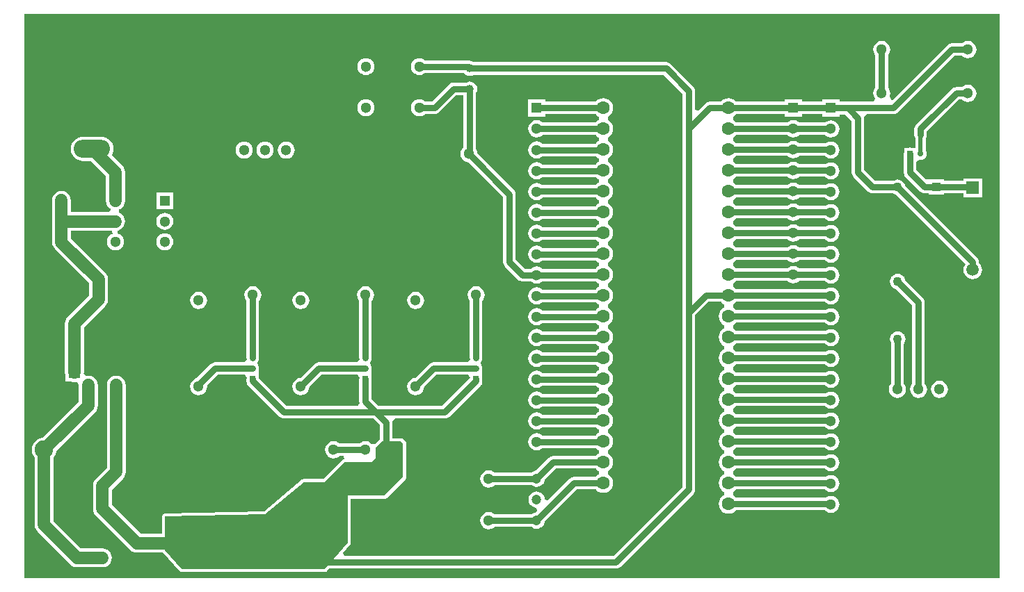
<source format=gbl>
G04*
G04 #@! TF.GenerationSoftware,Altium Limited,Altium Designer,18.1.6 (161)*
G04*
G04 Layer_Physical_Order=2*
G04 Layer_Color=16711680*
%FSLAX25Y25*%
%MOIN*%
G70*
G01*
G75*
%ADD37C,0.03000*%
%ADD38C,0.05118*%
%ADD39R,0.05118X0.05118*%
%ADD40C,0.02756*%
%ADD41R,0.02756X0.02756*%
%ADD42C,0.05906*%
%ADD43R,0.05906X0.05906*%
%ADD44C,0.04331*%
%ADD45R,0.04331X0.04331*%
%ADD46C,0.05709*%
%ADD47R,0.05709X0.05709*%
%ADD48C,0.04724*%
%ADD49R,0.04724X0.04724*%
%ADD50R,0.08858X0.08858*%
%ADD51C,0.08858*%
%ADD52C,0.03937*%
%ADD53O,0.17323X0.08661*%
%ADD54O,0.07874X0.15748*%
%ADD55O,0.15748X0.07874*%
%ADD56R,0.02756X0.02756*%
%ADD57C,0.06299*%
%ADD58C,0.06000*%
%ADD59C,0.06000*%
%ADD60C,0.02000*%
G36*
X469892Y2549D02*
X2549D01*
X2549Y273042D01*
X469892D01*
X469892Y2549D01*
D02*
G37*
%LPC*%
G36*
X166205Y251937D02*
X165145Y251797D01*
X164158Y251388D01*
X163310Y250737D01*
X162659Y249889D01*
X162250Y248902D01*
X162111Y247843D01*
X162250Y246783D01*
X162659Y245795D01*
X163310Y244948D01*
X164158Y244297D01*
X165145Y243888D01*
X166205Y243748D01*
X167264Y243888D01*
X168252Y244297D01*
X169100Y244948D01*
X169750Y245795D01*
X170159Y246783D01*
X170299Y247843D01*
X170159Y248902D01*
X169750Y249889D01*
X169100Y250737D01*
X168252Y251388D01*
X167264Y251797D01*
X166205Y251937D01*
D02*
G37*
G36*
X216000Y240620D02*
X215094Y240501D01*
X214251Y240152D01*
X214246Y240148D01*
X208122D01*
X208122Y240148D01*
X207339Y240045D01*
X206609Y239742D01*
X205982Y239262D01*
X205982Y239262D01*
X197904Y231183D01*
X194520D01*
X193842Y231703D01*
X192855Y232112D01*
X191795Y232252D01*
X190736Y232112D01*
X189748Y231703D01*
X188900Y231052D01*
X188250Y230205D01*
X187841Y229217D01*
X187701Y228157D01*
X187841Y227098D01*
X188250Y226110D01*
X188900Y225262D01*
X189748Y224612D01*
X190736Y224203D01*
X191795Y224063D01*
X192855Y224203D01*
X193842Y224612D01*
X194520Y225132D01*
X199158D01*
X199941Y225235D01*
X200670Y225537D01*
X201297Y226018D01*
X209375Y234096D01*
X212974D01*
Y209109D01*
X212696Y208895D01*
X212045Y208047D01*
X211636Y207060D01*
X211496Y206000D01*
X211636Y204940D01*
X212045Y203953D01*
X212696Y203105D01*
X213544Y202454D01*
X214531Y202045D01*
X215377Y201934D01*
X231974Y185337D01*
Y154000D01*
X232077Y153217D01*
X232380Y152487D01*
X232860Y151860D01*
X238979Y145742D01*
X239605Y145261D01*
X240335Y144959D01*
X241118Y144856D01*
X245276D01*
X245953Y144336D01*
X246940Y143927D01*
X248000Y143788D01*
X249060Y143927D01*
X250047Y144336D01*
X250724Y144856D01*
X276552D01*
X276684Y144684D01*
X277655Y143939D01*
X277961Y143812D01*
Y142188D01*
X277655Y142061D01*
X276684Y141316D01*
X276371Y140908D01*
X250724D01*
X250047Y141428D01*
X249060Y141837D01*
X248000Y141976D01*
X246940Y141837D01*
X245953Y141428D01*
X245105Y140777D01*
X244454Y139929D01*
X244045Y138942D01*
X243906Y137882D01*
X244045Y136822D01*
X244454Y135835D01*
X245105Y134987D01*
X245953Y134336D01*
X246940Y133927D01*
X248000Y133788D01*
X249060Y133927D01*
X250047Y134336D01*
X250724Y134856D01*
X276552D01*
X276684Y134684D01*
X277655Y133939D01*
X277961Y133812D01*
Y132188D01*
X277655Y132061D01*
X276684Y131316D01*
X276371Y130908D01*
X250724D01*
X250047Y131428D01*
X249060Y131836D01*
X248000Y131976D01*
X246940Y131836D01*
X245953Y131428D01*
X245105Y130777D01*
X244454Y129929D01*
X244045Y128942D01*
X243906Y127882D01*
X244045Y126822D01*
X244454Y125835D01*
X245105Y124987D01*
X245953Y124336D01*
X246940Y123927D01*
X248000Y123788D01*
X249060Y123927D01*
X250047Y124336D01*
X250724Y124856D01*
X276552D01*
X276684Y124684D01*
X277655Y123939D01*
X277961Y123812D01*
Y122188D01*
X277655Y122061D01*
X276684Y121316D01*
X276371Y120908D01*
X250724D01*
X250047Y121428D01*
X249060Y121836D01*
X248000Y121976D01*
X246940Y121836D01*
X245953Y121428D01*
X245105Y120777D01*
X244454Y119929D01*
X244045Y118941D01*
X243906Y117882D01*
X244045Y116822D01*
X244454Y115835D01*
X245105Y114987D01*
X245953Y114336D01*
X246940Y113927D01*
X248000Y113788D01*
X249060Y113927D01*
X250047Y114336D01*
X250724Y114856D01*
X276552D01*
X276684Y114684D01*
X277655Y113939D01*
X277961Y113812D01*
Y112188D01*
X277655Y112061D01*
X276684Y111316D01*
X276371Y110908D01*
X250724D01*
X250047Y111427D01*
X249060Y111837D01*
X248000Y111976D01*
X246940Y111837D01*
X245953Y111427D01*
X245105Y110777D01*
X244454Y109929D01*
X244045Y108941D01*
X243906Y107882D01*
X244045Y106822D01*
X244454Y105835D01*
X245105Y104987D01*
X245953Y104336D01*
X246940Y103927D01*
X248000Y103788D01*
X249060Y103927D01*
X250047Y104336D01*
X250724Y104856D01*
X276552D01*
X276684Y104684D01*
X277655Y103939D01*
X277961Y103812D01*
Y102188D01*
X277655Y102061D01*
X276684Y101316D01*
X276371Y100908D01*
X250724D01*
X250047Y101427D01*
X249060Y101837D01*
X248000Y101976D01*
X246940Y101837D01*
X245953Y101427D01*
X245105Y100777D01*
X244454Y99929D01*
X244045Y98941D01*
X243906Y97882D01*
X244045Y96822D01*
X244454Y95835D01*
X245105Y94987D01*
X245953Y94336D01*
X246940Y93927D01*
X248000Y93788D01*
X249060Y93927D01*
X250047Y94336D01*
X250724Y94856D01*
X276552D01*
X276684Y94684D01*
X277655Y93939D01*
X277961Y93812D01*
Y92188D01*
X277655Y92061D01*
X276684Y91316D01*
X276371Y90908D01*
X250724D01*
X250047Y91427D01*
X249060Y91837D01*
X248000Y91976D01*
X246940Y91837D01*
X245953Y91427D01*
X245105Y90777D01*
X244454Y89929D01*
X244045Y88942D01*
X243906Y87882D01*
X244045Y86822D01*
X244454Y85835D01*
X245105Y84987D01*
X245953Y84336D01*
X246940Y83927D01*
X248000Y83788D01*
X249060Y83927D01*
X250047Y84336D01*
X250724Y84856D01*
X276552D01*
X276684Y84684D01*
X277655Y83939D01*
X277961Y83812D01*
Y82188D01*
X277655Y82061D01*
X276684Y81316D01*
X276371Y80908D01*
X250724D01*
X250047Y81428D01*
X249060Y81836D01*
X248000Y81976D01*
X246940Y81836D01*
X245953Y81428D01*
X245105Y80777D01*
X244454Y79929D01*
X244045Y78942D01*
X243906Y77882D01*
X244045Y76822D01*
X244454Y75835D01*
X245105Y74987D01*
X245953Y74336D01*
X246940Y73927D01*
X248000Y73788D01*
X249060Y73927D01*
X250047Y74336D01*
X250724Y74856D01*
X276552D01*
X276684Y74684D01*
X277655Y73939D01*
X277961Y73812D01*
Y72188D01*
X277655Y72061D01*
X276684Y71316D01*
X276371Y70908D01*
X250724D01*
X250047Y71428D01*
X249060Y71837D01*
X248000Y71976D01*
X246940Y71837D01*
X245953Y71428D01*
X245105Y70777D01*
X244454Y69929D01*
X244045Y68941D01*
X243906Y67882D01*
X244045Y66822D01*
X244454Y65835D01*
X245105Y64987D01*
X245953Y64336D01*
X246940Y63927D01*
X248000Y63788D01*
X249060Y63927D01*
X250047Y64336D01*
X250724Y64856D01*
X276552D01*
X276684Y64684D01*
X277655Y63939D01*
X277961Y63812D01*
Y62188D01*
X277655Y62061D01*
X276684Y61316D01*
X276461Y61026D01*
X255882D01*
X255099Y60923D01*
X254369Y60620D01*
X253742Y60140D01*
X247558Y53955D01*
X246992Y53881D01*
X246052Y53492D01*
X245445Y53026D01*
X227724D01*
X227047Y53546D01*
X226060Y53955D01*
X225000Y54094D01*
X223940Y53955D01*
X222953Y53546D01*
X222105Y52895D01*
X221454Y52047D01*
X221045Y51060D01*
X220906Y50000D01*
X221045Y48940D01*
X221454Y47953D01*
X222105Y47105D01*
X222953Y46454D01*
X223940Y46045D01*
X225000Y45906D01*
X226060Y46045D01*
X227047Y46454D01*
X227724Y46974D01*
X245753D01*
X246052Y46744D01*
X246992Y46355D01*
X248000Y46223D01*
X249008Y46355D01*
X249948Y46744D01*
X250755Y47363D01*
X251374Y48170D01*
X251763Y49110D01*
X251837Y49676D01*
X257135Y54974D01*
X276461D01*
X276684Y54684D01*
X277655Y53939D01*
X277961Y53812D01*
Y52188D01*
X277655Y52061D01*
X276684Y51316D01*
X276461Y51026D01*
X266000D01*
X265217Y50923D01*
X264487Y50621D01*
X263860Y50140D01*
X263860Y50140D01*
X253343Y39623D01*
X252331Y39969D01*
X251875Y40275D01*
X251763Y41126D01*
X251374Y42066D01*
X250755Y42873D01*
X249948Y43492D01*
X249008Y43881D01*
X248000Y44014D01*
X246992Y43881D01*
X246052Y43492D01*
X245245Y42873D01*
X244626Y42066D01*
X244237Y41126D01*
X244105Y40118D01*
X244237Y39110D01*
X244626Y38170D01*
X245245Y37363D01*
X246052Y36744D01*
X246992Y36355D01*
X247731Y36258D01*
X248321Y34937D01*
X247483Y33827D01*
X246992Y33763D01*
X246052Y33374D01*
X245599Y33026D01*
X227724D01*
X227047Y33546D01*
X226060Y33955D01*
X225000Y34094D01*
X223940Y33955D01*
X222953Y33546D01*
X222105Y32895D01*
X221454Y32047D01*
X221045Y31060D01*
X220906Y30000D01*
X221045Y28940D01*
X221454Y27953D01*
X222105Y27105D01*
X222953Y26454D01*
X223940Y26045D01*
X225000Y25906D01*
X226060Y26045D01*
X227047Y26454D01*
X227724Y26974D01*
X245599D01*
X246052Y26626D01*
X246992Y26237D01*
X248000Y26105D01*
X249008Y26237D01*
X249948Y26626D01*
X250755Y27245D01*
X251374Y28052D01*
X251763Y28992D01*
X251837Y29558D01*
X267253Y44974D01*
X276461D01*
X276684Y44684D01*
X277655Y43939D01*
X278786Y43470D01*
X280000Y43310D01*
X281214Y43470D01*
X282345Y43939D01*
X283316Y44684D01*
X284061Y45655D01*
X284530Y46786D01*
X284690Y48000D01*
X284530Y49214D01*
X284061Y50345D01*
X283316Y51316D01*
X282345Y52061D01*
X282039Y52188D01*
Y53812D01*
X282345Y53939D01*
X283316Y54684D01*
X284061Y55655D01*
X284530Y56786D01*
X284690Y58000D01*
X284530Y59214D01*
X284061Y60345D01*
X283316Y61316D01*
X282345Y62061D01*
X282039Y62188D01*
Y63812D01*
X282345Y63939D01*
X283316Y64684D01*
X284061Y65655D01*
X284530Y66786D01*
X284690Y68000D01*
X284530Y69214D01*
X284061Y70345D01*
X283316Y71316D01*
X282345Y72061D01*
X282039Y72188D01*
Y73812D01*
X282345Y73939D01*
X283316Y74684D01*
X284061Y75655D01*
X284530Y76786D01*
X284690Y78000D01*
X284530Y79214D01*
X284061Y80345D01*
X283316Y81316D01*
X282345Y82061D01*
X282039Y82188D01*
Y83812D01*
X282345Y83939D01*
X283316Y84684D01*
X284061Y85655D01*
X284530Y86786D01*
X284690Y88000D01*
X284530Y89214D01*
X284061Y90345D01*
X283316Y91316D01*
X282345Y92061D01*
X282039Y92188D01*
Y93812D01*
X282345Y93939D01*
X283316Y94684D01*
X284061Y95655D01*
X284530Y96786D01*
X284690Y98000D01*
X284530Y99214D01*
X284061Y100345D01*
X283316Y101316D01*
X282345Y102061D01*
X282039Y102188D01*
Y103812D01*
X282345Y103939D01*
X283316Y104684D01*
X284061Y105655D01*
X284530Y106786D01*
X284690Y108000D01*
X284530Y109214D01*
X284061Y110345D01*
X283316Y111316D01*
X282345Y112061D01*
X282039Y112188D01*
Y113812D01*
X282345Y113939D01*
X283316Y114684D01*
X284061Y115655D01*
X284530Y116786D01*
X284690Y118000D01*
X284530Y119214D01*
X284061Y120345D01*
X283316Y121316D01*
X282345Y122061D01*
X282039Y122188D01*
Y123812D01*
X282345Y123939D01*
X283316Y124684D01*
X284061Y125655D01*
X284530Y126786D01*
X284690Y128000D01*
X284530Y129214D01*
X284061Y130345D01*
X283316Y131316D01*
X282345Y132061D01*
X282039Y132188D01*
Y133812D01*
X282345Y133939D01*
X283316Y134684D01*
X284061Y135655D01*
X284530Y136786D01*
X284690Y138000D01*
X284530Y139214D01*
X284061Y140345D01*
X283316Y141316D01*
X282345Y142061D01*
X282039Y142188D01*
Y143812D01*
X282345Y143939D01*
X283316Y144684D01*
X284061Y145655D01*
X284530Y146786D01*
X284690Y148000D01*
X284530Y149214D01*
X284061Y150345D01*
X283316Y151316D01*
X282345Y152061D01*
X282039Y152188D01*
Y153812D01*
X282345Y153939D01*
X283316Y154684D01*
X284061Y155655D01*
X284530Y156786D01*
X284690Y158000D01*
X284530Y159214D01*
X284061Y160345D01*
X283316Y161316D01*
X282345Y162061D01*
X282039Y162188D01*
Y163812D01*
X282345Y163939D01*
X283316Y164684D01*
X284061Y165655D01*
X284530Y166786D01*
X284690Y168000D01*
X284530Y169214D01*
X284061Y170345D01*
X283316Y171316D01*
X282345Y172061D01*
X282039Y172188D01*
Y173812D01*
X282345Y173939D01*
X283316Y174684D01*
X284061Y175655D01*
X284530Y176786D01*
X284690Y178000D01*
X284530Y179214D01*
X284061Y180345D01*
X283316Y181316D01*
X282345Y182061D01*
X282039Y182188D01*
Y183812D01*
X282345Y183939D01*
X283316Y184684D01*
X284061Y185655D01*
X284530Y186786D01*
X284690Y188000D01*
X284530Y189214D01*
X284061Y190345D01*
X283316Y191316D01*
X282345Y192061D01*
X282039Y192188D01*
Y193812D01*
X282345Y193939D01*
X283316Y194684D01*
X284061Y195655D01*
X284530Y196786D01*
X284690Y198000D01*
X284530Y199214D01*
X284061Y200345D01*
X283316Y201316D01*
X282345Y202061D01*
X282039Y202188D01*
Y203812D01*
X282345Y203939D01*
X283316Y204684D01*
X284061Y205655D01*
X284530Y206786D01*
X284690Y208000D01*
X284530Y209214D01*
X284061Y210345D01*
X283316Y211316D01*
X282345Y212061D01*
X282039Y212188D01*
Y213812D01*
X282345Y213939D01*
X283316Y214684D01*
X284061Y215655D01*
X284530Y216786D01*
X284690Y218000D01*
X284530Y219214D01*
X284061Y220345D01*
X283316Y221316D01*
X282345Y222061D01*
X282039Y222188D01*
Y223812D01*
X282345Y223939D01*
X283316Y224684D01*
X284061Y225655D01*
X284530Y226786D01*
X284690Y228000D01*
X284530Y229214D01*
X284061Y230345D01*
X283316Y231316D01*
X282345Y232061D01*
X281214Y232530D01*
X280000Y232690D01*
X278786Y232530D01*
X277655Y232061D01*
X276684Y231316D01*
X276461Y231026D01*
X252059D01*
Y232059D01*
X243941D01*
Y223941D01*
X252059D01*
Y224974D01*
X276461D01*
X276684Y224684D01*
X277655Y223939D01*
X277961Y223812D01*
Y222188D01*
X277655Y222061D01*
X276684Y221316D01*
X276461Y221026D01*
X250724D01*
X250047Y221546D01*
X249060Y221955D01*
X248000Y222094D01*
X246940Y221955D01*
X245953Y221546D01*
X245105Y220895D01*
X244454Y220047D01*
X244045Y219060D01*
X243906Y218000D01*
X244045Y216940D01*
X244454Y215953D01*
X245105Y215105D01*
X245953Y214454D01*
X246940Y214045D01*
X248000Y213906D01*
X249060Y214045D01*
X250047Y214454D01*
X250724Y214974D01*
X276461D01*
X276684Y214684D01*
X277655Y213939D01*
X277961Y213812D01*
Y212188D01*
X277655Y212061D01*
X276684Y211316D01*
X276371Y210908D01*
X250724D01*
X250047Y211427D01*
X249060Y211837D01*
X248000Y211976D01*
X246940Y211837D01*
X245953Y211427D01*
X245105Y210777D01*
X244454Y209929D01*
X244045Y208942D01*
X243906Y207882D01*
X244045Y206822D01*
X244454Y205835D01*
X245105Y204987D01*
X245953Y204336D01*
X246940Y203927D01*
X248000Y203788D01*
X249060Y203927D01*
X250047Y204336D01*
X250724Y204856D01*
X276552D01*
X276684Y204684D01*
X277655Y203939D01*
X277961Y203812D01*
Y202188D01*
X277655Y202061D01*
X276684Y201316D01*
X276371Y200908D01*
X250724D01*
X250047Y201428D01*
X249060Y201836D01*
X248000Y201976D01*
X246940Y201836D01*
X245953Y201428D01*
X245105Y200777D01*
X244454Y199929D01*
X244045Y198942D01*
X243906Y197882D01*
X244045Y196822D01*
X244454Y195835D01*
X245105Y194987D01*
X245953Y194336D01*
X246940Y193927D01*
X248000Y193788D01*
X249060Y193927D01*
X250047Y194336D01*
X250724Y194856D01*
X276552D01*
X276684Y194684D01*
X277655Y193939D01*
X277961Y193812D01*
Y192188D01*
X277655Y192061D01*
X276684Y191316D01*
X276461Y191026D01*
X250570D01*
X250047Y191428D01*
X249060Y191837D01*
X248000Y191976D01*
X246940Y191837D01*
X245953Y191428D01*
X245105Y190777D01*
X244454Y189929D01*
X244045Y188942D01*
X243906Y187882D01*
X244045Y186822D01*
X244454Y185835D01*
X245105Y184987D01*
X245953Y184336D01*
X246940Y183927D01*
X248000Y183788D01*
X249060Y183927D01*
X250047Y184336D01*
X250878Y184974D01*
X276461D01*
X276684Y184684D01*
X277655Y183939D01*
X277961Y183812D01*
Y182188D01*
X277655Y182061D01*
X276684Y181316D01*
X276371Y180908D01*
X250724D01*
X250047Y181428D01*
X249060Y181836D01*
X248000Y181976D01*
X246940Y181836D01*
X245953Y181428D01*
X245105Y180777D01*
X244454Y179929D01*
X244045Y178942D01*
X243906Y177882D01*
X244045Y176822D01*
X244454Y175835D01*
X245105Y174987D01*
X245953Y174336D01*
X246940Y173927D01*
X248000Y173788D01*
X249060Y173927D01*
X250047Y174336D01*
X250724Y174856D01*
X276552D01*
X276684Y174684D01*
X277655Y173939D01*
X277961Y173812D01*
Y172188D01*
X277655Y172061D01*
X276684Y171316D01*
X276371Y170908D01*
X250724D01*
X250047Y171428D01*
X249060Y171836D01*
X248000Y171976D01*
X246940Y171836D01*
X245953Y171428D01*
X245105Y170777D01*
X244454Y169929D01*
X244045Y168941D01*
X243906Y167882D01*
X244045Y166822D01*
X244454Y165835D01*
X245105Y164987D01*
X245953Y164336D01*
X246940Y163927D01*
X248000Y163788D01*
X249060Y163927D01*
X250047Y164336D01*
X250724Y164856D01*
X276552D01*
X276684Y164684D01*
X277655Y163939D01*
X277961Y163812D01*
Y162188D01*
X277655Y162061D01*
X276684Y161316D01*
X276371Y160908D01*
X250724D01*
X250047Y161427D01*
X249060Y161837D01*
X248000Y161976D01*
X246940Y161837D01*
X245953Y161427D01*
X245105Y160777D01*
X244454Y159929D01*
X244045Y158941D01*
X243906Y157882D01*
X244045Y156822D01*
X244454Y155835D01*
X245105Y154987D01*
X245953Y154336D01*
X246940Y153927D01*
X248000Y153788D01*
X249060Y153927D01*
X250047Y154336D01*
X250724Y154856D01*
X276552D01*
X276684Y154684D01*
X277655Y153939D01*
X277961Y153812D01*
Y152188D01*
X277655Y152061D01*
X276684Y151316D01*
X276371Y150908D01*
X250724D01*
X250047Y151427D01*
X249060Y151837D01*
X248000Y151976D01*
X246940Y151837D01*
X245953Y151427D01*
X245276Y150908D01*
X242372D01*
X238026Y155253D01*
Y186591D01*
X238026Y186591D01*
X237923Y187374D01*
X237620Y188103D01*
X237140Y188730D01*
X219657Y206213D01*
X219545Y207060D01*
X219136Y208047D01*
X219026Y208191D01*
Y235368D01*
X219030Y235373D01*
X219379Y236217D01*
X219498Y237122D01*
X219379Y238028D01*
X219030Y238871D01*
X218474Y239596D01*
X217749Y240152D01*
X216905Y240501D01*
X216000Y240620D01*
D02*
G37*
G36*
X454689Y239094D02*
X453629Y238955D01*
X452642Y238546D01*
X451965Y238026D01*
X449034D01*
X449033Y238026D01*
X448250Y237923D01*
X447521Y237620D01*
X446894Y237140D01*
X429860Y220106D01*
X429380Y219479D01*
X429077Y218750D01*
X428974Y217967D01*
Y215000D01*
X429077Y214217D01*
X429380Y213487D01*
X429451Y213394D01*
Y208878D01*
X427872D01*
X427764Y208923D01*
X426980Y209026D01*
X426197Y208923D01*
X426089Y208878D01*
X424102D01*
Y206891D01*
X424057Y206783D01*
X423954Y206000D01*
Y197020D01*
X424057Y196237D01*
X424360Y195507D01*
X424841Y194880D01*
X431860Y187860D01*
X432487Y187380D01*
X433217Y187077D01*
X434000Y186974D01*
X435839D01*
Y186335D01*
X443169D01*
Y186974D01*
X452547D01*
Y185232D01*
X461453D01*
Y194138D01*
X452547D01*
Y193026D01*
X443169D01*
Y193665D01*
X435839D01*
Y193665D01*
X434419Y193860D01*
X430006Y198273D01*
Y202087D01*
X430903Y202887D01*
X431506Y203162D01*
X432000Y203097D01*
X432751Y203196D01*
X433451Y203486D01*
X434053Y203947D01*
X434514Y204549D01*
X434804Y205249D01*
X434903Y206000D01*
X434804Y206751D01*
X434549Y207367D01*
Y213394D01*
X434621Y213487D01*
X434923Y214217D01*
X435026Y215000D01*
Y216713D01*
X450287Y231974D01*
X451965D01*
X452642Y231454D01*
X453629Y231045D01*
X454689Y230906D01*
X455749Y231045D01*
X456736Y231454D01*
X457584Y232105D01*
X458235Y232953D01*
X458644Y233940D01*
X458783Y235000D01*
X458644Y236060D01*
X458235Y237047D01*
X457584Y237895D01*
X456736Y238546D01*
X455749Y238955D01*
X454689Y239094D01*
D02*
G37*
G36*
Y260094D02*
X453629Y259955D01*
X452642Y259546D01*
X451965Y259026D01*
X447000D01*
X446217Y258923D01*
X445487Y258621D01*
X444860Y258140D01*
X418475Y231754D01*
X417951Y231865D01*
X417719Y232105D01*
X417150Y233567D01*
X417305Y233940D01*
X417445Y235000D01*
X417305Y236060D01*
X416896Y237047D01*
X416376Y237724D01*
Y253276D01*
X416896Y253953D01*
X417305Y254940D01*
X417445Y256000D01*
X417305Y257060D01*
X416896Y258047D01*
X416245Y258895D01*
X415397Y259546D01*
X414410Y259955D01*
X413350Y260094D01*
X412291Y259955D01*
X411303Y259546D01*
X410456Y258895D01*
X409805Y258047D01*
X409396Y257060D01*
X409256Y256000D01*
X409396Y254940D01*
X409805Y253953D01*
X410324Y253276D01*
Y237724D01*
X409805Y237047D01*
X409396Y236060D01*
X409256Y235000D01*
X409396Y233940D01*
X409805Y232953D01*
X410133Y232526D01*
X409609Y231170D01*
X409478Y231026D01*
X393059D01*
Y232026D01*
X384941D01*
Y231026D01*
X375059D01*
Y232059D01*
X366941D01*
Y231026D01*
X343539D01*
X343316Y231316D01*
X342345Y232061D01*
X341214Y232530D01*
X340000Y232690D01*
X338786Y232530D01*
X337655Y232061D01*
X336684Y231316D01*
X336461Y231026D01*
X331000D01*
X331000Y231026D01*
X330217Y230923D01*
X329487Y230621D01*
X328860Y230140D01*
X328860Y230140D01*
X325412Y226691D01*
X324026Y227265D01*
Y236000D01*
X323923Y236783D01*
X323621Y237513D01*
X323140Y238140D01*
X323140Y238140D01*
X312175Y249104D01*
X311548Y249585D01*
X310819Y249887D01*
X310035Y249991D01*
X217754D01*
X217749Y249994D01*
X216905Y250344D01*
X216767Y250362D01*
X216635Y250463D01*
X215905Y250765D01*
X215122Y250868D01*
X194520D01*
X193842Y251388D01*
X192855Y251797D01*
X191795Y251937D01*
X190736Y251797D01*
X189748Y251388D01*
X188900Y250737D01*
X188250Y249889D01*
X187841Y248902D01*
X187701Y247843D01*
X187841Y246783D01*
X188250Y245795D01*
X188900Y244948D01*
X189748Y244297D01*
X190736Y243888D01*
X191795Y243748D01*
X192855Y243888D01*
X193842Y244297D01*
X194520Y244817D01*
X213276D01*
X213526Y244491D01*
X214251Y243935D01*
X215094Y243585D01*
X216000Y243466D01*
X216905Y243585D01*
X217749Y243935D01*
X217754Y243939D01*
X308782D01*
X317974Y234747D01*
Y218000D01*
Y129882D01*
Y46253D01*
X284747Y13026D01*
X155706Y13026D01*
X155084Y14391D01*
X158654Y18496D01*
X158776Y18710D01*
X158913Y18915D01*
X158923Y18968D01*
X158950Y19015D01*
X158981Y19259D01*
X159029Y19500D01*
X159029Y40471D01*
X175000D01*
X175585Y40587D01*
X176081Y40919D01*
X185081Y49919D01*
X185413Y50415D01*
X185529Y51000D01*
Y67000D01*
X185413Y67585D01*
X185081Y68081D01*
X184081Y69081D01*
X183585Y69413D01*
X183000Y69529D01*
X179026D01*
Y77000D01*
X179026Y77000D01*
X178963Y77474D01*
X179156Y78008D01*
X179423Y78390D01*
X179738Y78771D01*
X180053Y78974D01*
X204000D01*
X204783Y79077D01*
X205513Y79379D01*
X206140Y79860D01*
X221140Y94860D01*
X221140Y94860D01*
X221310Y95083D01*
X221878D01*
Y96109D01*
X221923Y96217D01*
X222026Y97000D01*
Y97961D01*
X221923Y98744D01*
X221878Y98852D01*
Y100839D01*
X221878Y100839D01*
X221938Y102314D01*
X222026Y102980D01*
X221923Y103763D01*
X221620Y104493D01*
X221140Y105860D01*
X221620Y106487D01*
X221923Y107217D01*
X222026Y108000D01*
Y135606D01*
X222546Y136284D01*
X222955Y137271D01*
X223094Y138331D01*
X222955Y139390D01*
X222546Y140378D01*
X221895Y141226D01*
X221047Y141876D01*
X220060Y142285D01*
X219000Y142425D01*
X217940Y142285D01*
X216953Y141876D01*
X216105Y141226D01*
X215454Y140378D01*
X215045Y139390D01*
X214906Y138331D01*
X215045Y137271D01*
X215454Y136284D01*
X215974Y135606D01*
Y108000D01*
X216039Y107506D01*
X215626Y106730D01*
X214955Y106006D01*
X198650D01*
X197866Y105903D01*
X197137Y105601D01*
X196510Y105120D01*
X189787Y98397D01*
X188940Y98285D01*
X187953Y97876D01*
X187105Y97226D01*
X186454Y96378D01*
X186045Y95390D01*
X185906Y94331D01*
X186045Y93271D01*
X186454Y92284D01*
X187105Y91436D01*
X187953Y90785D01*
X188940Y90376D01*
X190000Y90237D01*
X191060Y90376D01*
X192047Y90785D01*
X192895Y91436D01*
X193546Y92284D01*
X193955Y93271D01*
X194066Y94117D01*
X199903Y99954D01*
X215241D01*
X216039Y98454D01*
X216019Y98298D01*
X202747Y85026D01*
X172253D01*
X169026Y88253D01*
Y97961D01*
X168923Y98744D01*
X168878Y98852D01*
Y100839D01*
X168878Y100839D01*
X168938Y102314D01*
X169026Y102980D01*
X168923Y103763D01*
X168621Y104493D01*
X168140Y105860D01*
X168621Y106487D01*
X168923Y107217D01*
X169026Y108000D01*
Y135606D01*
X169546Y136284D01*
X169955Y137271D01*
X170094Y138331D01*
X169955Y139390D01*
X169546Y140378D01*
X168895Y141226D01*
X168047Y141876D01*
X167060Y142285D01*
X166000Y142425D01*
X164940Y142285D01*
X163953Y141876D01*
X163105Y141226D01*
X162454Y140378D01*
X162045Y139390D01*
X161906Y138331D01*
X162045Y137271D01*
X162454Y136284D01*
X162974Y135606D01*
Y108000D01*
X163039Y107506D01*
X162626Y106730D01*
X161955Y106006D01*
X143650D01*
X142866Y105903D01*
X142137Y105601D01*
X141510Y105120D01*
X134787Y98397D01*
X133940Y98285D01*
X132953Y97876D01*
X132105Y97226D01*
X131454Y96378D01*
X131045Y95390D01*
X130906Y94331D01*
X131045Y93271D01*
X131454Y92284D01*
X132105Y91436D01*
X132953Y90785D01*
X133940Y90376D01*
X135000Y90237D01*
X136060Y90376D01*
X137047Y90785D01*
X137895Y91436D01*
X138546Y92284D01*
X138955Y93271D01*
X139066Y94117D01*
X144903Y99954D01*
X162241D01*
X163039Y98454D01*
X162974Y97961D01*
Y87000D01*
X163037Y86526D01*
X162460Y85530D01*
X162055Y85080D01*
X161947Y85026D01*
X128253D01*
X114981Y98298D01*
X114923Y98744D01*
X114878Y98852D01*
Y100839D01*
X114878Y100839D01*
X114938Y102314D01*
X115026Y102980D01*
X114923Y103763D01*
X114620Y104493D01*
X114140Y105860D01*
X114620Y106487D01*
X114923Y107217D01*
X115026Y108000D01*
Y135606D01*
X115546Y136284D01*
X115955Y137271D01*
X116094Y138331D01*
X115955Y139390D01*
X115546Y140378D01*
X114895Y141226D01*
X114047Y141876D01*
X113060Y142285D01*
X112000Y142425D01*
X110940Y142285D01*
X109953Y141876D01*
X109105Y141226D01*
X108454Y140378D01*
X108045Y139390D01*
X107906Y138331D01*
X108045Y137271D01*
X108454Y136284D01*
X108974Y135606D01*
Y108000D01*
X109039Y107506D01*
X108626Y106730D01*
X107955Y106006D01*
X93980D01*
X93197Y105903D01*
X92467Y105601D01*
X91841Y105120D01*
X85016Y98295D01*
X84940Y98285D01*
X83953Y97876D01*
X83105Y97226D01*
X82454Y96378D01*
X82045Y95390D01*
X81906Y94331D01*
X82045Y93271D01*
X82454Y92284D01*
X83105Y91436D01*
X83953Y90785D01*
X84940Y90376D01*
X86000Y90237D01*
X87060Y90376D01*
X88047Y90785D01*
X88895Y91436D01*
X89546Y92284D01*
X89955Y93271D01*
X90094Y94331D01*
X90038Y94758D01*
X95234Y99954D01*
X108241D01*
X109039Y98454D01*
X108974Y97961D01*
Y97000D01*
X109077Y96217D01*
X109122Y96109D01*
Y95083D01*
X109690D01*
X109860Y94860D01*
X124860Y79860D01*
X124860Y79860D01*
X125487Y79379D01*
X126217Y79077D01*
X127000Y78974D01*
X169747D01*
X172974Y75747D01*
Y69119D01*
X172919Y69081D01*
X170749Y66912D01*
X168895Y66895D01*
X168047Y67546D01*
X167060Y67955D01*
X166000Y68094D01*
X164940Y67955D01*
X163953Y67546D01*
X163276Y67026D01*
X153394D01*
X152716Y67546D01*
X151729Y67955D01*
X150669Y68094D01*
X149610Y67955D01*
X148622Y67546D01*
X147774Y66895D01*
X147124Y66047D01*
X146715Y65060D01*
X146575Y64000D01*
X146715Y62940D01*
X147124Y61953D01*
X147774Y61105D01*
X148622Y60454D01*
X149610Y60045D01*
X150669Y59906D01*
X151729Y60045D01*
X152716Y60454D01*
X153394Y60974D01*
X155574D01*
X155722Y59474D01*
X155415Y59413D01*
X154919Y59081D01*
X145867Y50029D01*
X136500D01*
X136272Y49984D01*
X136041Y49959D01*
X135982Y49926D01*
X135915Y49913D01*
X135722Y49784D01*
X135518Y49672D01*
X117430Y34518D01*
X69968Y33529D01*
X69692Y33468D01*
X69415Y33413D01*
X69401Y33404D01*
X69385Y33400D01*
X69154Y33239D01*
X68919Y33081D01*
X68910Y33068D01*
X68896Y33059D01*
X68744Y32820D01*
X68587Y32585D01*
X68584Y32569D01*
X68575Y32556D01*
X68526Y32277D01*
X68471Y32000D01*
Y23696D01*
X58455D01*
X44460Y37691D01*
Y44852D01*
X49808Y50200D01*
X50529Y51140D01*
X50983Y52235D01*
X51137Y53409D01*
Y95075D01*
X50983Y96250D01*
X50529Y97344D01*
X49808Y98284D01*
X48868Y99006D01*
X47773Y99459D01*
X46598Y99614D01*
X45424Y99459D01*
X44329Y99006D01*
X43389Y98284D01*
X42668Y97344D01*
X42214Y96250D01*
X42060Y95075D01*
Y55290D01*
X36712Y49942D01*
X35991Y49002D01*
X35537Y47907D01*
X35382Y46732D01*
Y35811D01*
X35537Y34636D01*
X35991Y33542D01*
X36712Y32602D01*
X53365Y15948D01*
X54305Y15227D01*
X55400Y14773D01*
X56575Y14619D01*
X69015D01*
X76860Y5848D01*
X76895Y5822D01*
X76919Y5786D01*
X77132Y5644D01*
X77337Y5489D01*
X77379Y5478D01*
X77415Y5455D01*
X77666Y5404D01*
X77915Y5341D01*
X77958Y5347D01*
X78000Y5338D01*
X146515D01*
X146568Y5349D01*
X146622Y5342D01*
X146859Y5407D01*
X147100Y5455D01*
X147145Y5485D01*
X147197Y5499D01*
X147392Y5649D01*
X147597Y5786D01*
X147627Y5831D01*
X147669Y5864D01*
X148635Y6974D01*
X150500D01*
X286000Y6974D01*
X286783Y7077D01*
X287513Y7379D01*
X288140Y7860D01*
X323140Y42860D01*
X323140Y42860D01*
X323621Y43487D01*
X323923Y44217D01*
X324026Y45000D01*
Y128629D01*
X330371Y134974D01*
X336461D01*
X336684Y134684D01*
X337655Y133939D01*
X337961Y133812D01*
Y132188D01*
X337655Y132061D01*
X336684Y131316D01*
X335939Y130345D01*
X335470Y129214D01*
X335310Y128000D01*
X335470Y126786D01*
X335939Y125655D01*
X336684Y124684D01*
X337655Y123939D01*
X337961Y123812D01*
Y122188D01*
X337655Y122061D01*
X336684Y121316D01*
X335939Y120345D01*
X335470Y119214D01*
X335310Y118000D01*
X335470Y116786D01*
X335939Y115655D01*
X336684Y114684D01*
X337655Y113939D01*
X337961Y113812D01*
Y112188D01*
X337655Y112061D01*
X336684Y111316D01*
X335939Y110345D01*
X335470Y109214D01*
X335310Y108000D01*
X335470Y106786D01*
X335939Y105655D01*
X336684Y104684D01*
X337655Y103939D01*
X337961Y103812D01*
Y102188D01*
X337655Y102061D01*
X336684Y101316D01*
X335939Y100345D01*
X335470Y99214D01*
X335310Y98000D01*
X335470Y96786D01*
X335939Y95655D01*
X336684Y94684D01*
X337655Y93939D01*
X337961Y93812D01*
Y92188D01*
X337655Y92061D01*
X336684Y91316D01*
X335939Y90345D01*
X335470Y89214D01*
X335310Y88000D01*
X335470Y86786D01*
X335939Y85655D01*
X336684Y84684D01*
X337655Y83939D01*
X337961Y83812D01*
Y82188D01*
X337655Y82061D01*
X336684Y81316D01*
X335939Y80345D01*
X335470Y79214D01*
X335310Y78000D01*
X335470Y76786D01*
X335939Y75655D01*
X336684Y74684D01*
X337655Y73939D01*
X337961Y73812D01*
Y72188D01*
X337655Y72061D01*
X336684Y71316D01*
X335939Y70345D01*
X335470Y69214D01*
X335310Y68000D01*
X335470Y66786D01*
X335939Y65655D01*
X336684Y64684D01*
X337655Y63939D01*
X337961Y63812D01*
Y62188D01*
X337655Y62061D01*
X336684Y61316D01*
X335939Y60345D01*
X335470Y59214D01*
X335310Y58000D01*
X335470Y56786D01*
X335939Y55655D01*
X336684Y54684D01*
X337655Y53939D01*
X337961Y53812D01*
Y52188D01*
X337655Y52061D01*
X336684Y51316D01*
X335939Y50345D01*
X335470Y49214D01*
X335310Y48000D01*
X335470Y46786D01*
X335939Y45655D01*
X336684Y44684D01*
X337655Y43939D01*
X337961Y43812D01*
Y42188D01*
X337655Y42061D01*
X336684Y41316D01*
X335939Y40345D01*
X335470Y39214D01*
X335310Y38000D01*
X335470Y36786D01*
X335939Y35655D01*
X336684Y34684D01*
X337655Y33939D01*
X338786Y33470D01*
X340000Y33310D01*
X341214Y33470D01*
X342345Y33939D01*
X343316Y34684D01*
X343539Y34974D01*
X386089D01*
X386105Y34953D01*
X386953Y34303D01*
X387940Y33894D01*
X389000Y33754D01*
X390060Y33894D01*
X391047Y34303D01*
X391895Y34953D01*
X392546Y35801D01*
X392955Y36789D01*
X393094Y37848D01*
X392955Y38908D01*
X392546Y39895D01*
X391895Y40743D01*
X391047Y41394D01*
X390060Y41803D01*
X389000Y41943D01*
X387940Y41803D01*
X386953Y41394D01*
X386473Y41026D01*
X343539D01*
X343316Y41316D01*
X342345Y42061D01*
X342039Y42188D01*
Y43812D01*
X342345Y43939D01*
X343316Y44684D01*
X343539Y44974D01*
X386089D01*
X386105Y44953D01*
X386953Y44303D01*
X387940Y43894D01*
X389000Y43754D01*
X390060Y43894D01*
X391047Y44303D01*
X391895Y44953D01*
X392546Y45801D01*
X392955Y46789D01*
X393094Y47848D01*
X392955Y48908D01*
X392546Y49895D01*
X391895Y50743D01*
X391047Y51394D01*
X390060Y51803D01*
X389000Y51942D01*
X387940Y51803D01*
X386953Y51394D01*
X386473Y51026D01*
X343539D01*
X343316Y51316D01*
X342345Y52061D01*
X342039Y52188D01*
Y53812D01*
X342345Y53939D01*
X343316Y54684D01*
X343539Y54974D01*
X386089D01*
X386105Y54953D01*
X386953Y54303D01*
X387940Y53894D01*
X389000Y53754D01*
X390060Y53894D01*
X391047Y54303D01*
X391895Y54953D01*
X392546Y55801D01*
X392955Y56789D01*
X393094Y57848D01*
X392955Y58908D01*
X392546Y59895D01*
X391895Y60743D01*
X391047Y61394D01*
X390060Y61803D01*
X389000Y61942D01*
X387940Y61803D01*
X386953Y61394D01*
X386473Y61026D01*
X343539D01*
X343316Y61316D01*
X342345Y62061D01*
X342039Y62188D01*
Y63812D01*
X342345Y63939D01*
X343316Y64684D01*
X343539Y64974D01*
X386089D01*
X386105Y64953D01*
X386953Y64303D01*
X387940Y63894D01*
X389000Y63754D01*
X390060Y63894D01*
X391047Y64303D01*
X391895Y64953D01*
X392546Y65801D01*
X392955Y66789D01*
X393094Y67848D01*
X392955Y68908D01*
X392546Y69895D01*
X391895Y70743D01*
X391047Y71394D01*
X390060Y71803D01*
X389000Y71943D01*
X387940Y71803D01*
X386953Y71394D01*
X386473Y71026D01*
X343539D01*
X343316Y71316D01*
X342345Y72061D01*
X342039Y72188D01*
Y73812D01*
X342345Y73939D01*
X343316Y74684D01*
X343539Y74974D01*
X386089D01*
X386105Y74953D01*
X386953Y74303D01*
X387940Y73894D01*
X389000Y73754D01*
X390060Y73894D01*
X391047Y74303D01*
X391895Y74953D01*
X392546Y75801D01*
X392955Y76789D01*
X393094Y77848D01*
X392955Y78908D01*
X392546Y79895D01*
X391895Y80743D01*
X391047Y81394D01*
X390060Y81803D01*
X389000Y81942D01*
X387940Y81803D01*
X386953Y81394D01*
X386473Y81026D01*
X343539D01*
X343316Y81316D01*
X342345Y82061D01*
X342039Y82188D01*
Y83812D01*
X342345Y83939D01*
X343316Y84684D01*
X343539Y84974D01*
X386089D01*
X386105Y84953D01*
X386953Y84303D01*
X387940Y83894D01*
X389000Y83754D01*
X390060Y83894D01*
X391047Y84303D01*
X391895Y84953D01*
X392546Y85801D01*
X392955Y86789D01*
X393094Y87848D01*
X392955Y88908D01*
X392546Y89895D01*
X391895Y90743D01*
X391047Y91394D01*
X390060Y91803D01*
X389000Y91943D01*
X387940Y91803D01*
X386953Y91394D01*
X386473Y91026D01*
X343539D01*
X343316Y91316D01*
X342345Y92061D01*
X342039Y92188D01*
Y93812D01*
X342345Y93939D01*
X343316Y94684D01*
X343539Y94974D01*
X386089D01*
X386105Y94953D01*
X386953Y94303D01*
X387940Y93894D01*
X389000Y93754D01*
X390060Y93894D01*
X391047Y94303D01*
X391895Y94953D01*
X392546Y95801D01*
X392955Y96789D01*
X393094Y97848D01*
X392955Y98908D01*
X392546Y99895D01*
X391895Y100743D01*
X391047Y101394D01*
X390060Y101803D01*
X389000Y101943D01*
X387940Y101803D01*
X386953Y101394D01*
X386473Y101026D01*
X343539D01*
X343316Y101316D01*
X342345Y102061D01*
X342039Y102188D01*
Y103812D01*
X342345Y103939D01*
X343316Y104684D01*
X343539Y104974D01*
X386089D01*
X386105Y104953D01*
X386953Y104303D01*
X387940Y103894D01*
X389000Y103754D01*
X390060Y103894D01*
X391047Y104303D01*
X391895Y104953D01*
X392546Y105801D01*
X392955Y106789D01*
X393094Y107848D01*
X392955Y108908D01*
X392546Y109895D01*
X391895Y110743D01*
X391047Y111394D01*
X390060Y111803D01*
X389000Y111943D01*
X387940Y111803D01*
X386953Y111394D01*
X386473Y111026D01*
X343539D01*
X343316Y111316D01*
X342345Y112061D01*
X342039Y112188D01*
Y113812D01*
X342345Y113939D01*
X343316Y114684D01*
X343539Y114974D01*
X386089D01*
X386105Y114953D01*
X386953Y114303D01*
X387940Y113894D01*
X389000Y113754D01*
X390060Y113894D01*
X391047Y114303D01*
X391895Y114953D01*
X392546Y115801D01*
X392955Y116789D01*
X393094Y117848D01*
X392955Y118908D01*
X392546Y119895D01*
X391895Y120743D01*
X391047Y121394D01*
X390060Y121803D01*
X389000Y121942D01*
X387940Y121803D01*
X386953Y121394D01*
X386473Y121026D01*
X343539D01*
X343316Y121316D01*
X342345Y122061D01*
X342039Y122188D01*
Y123812D01*
X342345Y123939D01*
X343316Y124684D01*
X343539Y124974D01*
X386089D01*
X386105Y124953D01*
X386953Y124303D01*
X387940Y123894D01*
X389000Y123754D01*
X390060Y123894D01*
X391047Y124303D01*
X391895Y124953D01*
X392546Y125801D01*
X392955Y126789D01*
X393094Y127848D01*
X392955Y128908D01*
X392546Y129895D01*
X391895Y130743D01*
X391047Y131394D01*
X390060Y131803D01*
X389000Y131942D01*
X387940Y131803D01*
X386953Y131394D01*
X386473Y131026D01*
X343539D01*
X343316Y131316D01*
X342345Y132061D01*
X342039Y132188D01*
Y133812D01*
X342345Y133939D01*
X343316Y134684D01*
X343539Y134974D01*
X386089D01*
X386105Y134953D01*
X386953Y134303D01*
X387940Y133894D01*
X389000Y133754D01*
X390060Y133894D01*
X391047Y134303D01*
X391895Y134953D01*
X392546Y135801D01*
X392955Y136789D01*
X393094Y137848D01*
X392955Y138908D01*
X392546Y139895D01*
X391895Y140743D01*
X391047Y141394D01*
X390060Y141803D01*
X389000Y141943D01*
X387940Y141803D01*
X386953Y141394D01*
X386473Y141026D01*
X343539D01*
X343316Y141316D01*
X342345Y142061D01*
X342039Y142188D01*
Y143812D01*
X342345Y143939D01*
X343316Y144684D01*
X343539Y144974D01*
X368276D01*
X368953Y144454D01*
X369940Y144045D01*
X371000Y143906D01*
X372060Y144045D01*
X373047Y144454D01*
X373724Y144974D01*
X386089D01*
X386105Y144953D01*
X386953Y144303D01*
X387940Y143894D01*
X389000Y143754D01*
X390060Y143894D01*
X391047Y144303D01*
X391895Y144953D01*
X392546Y145801D01*
X392955Y146789D01*
X393094Y147848D01*
X392955Y148908D01*
X392546Y149895D01*
X391895Y150743D01*
X391047Y151394D01*
X390060Y151803D01*
X389000Y151943D01*
X387940Y151803D01*
X386953Y151394D01*
X386473Y151026D01*
X373724D01*
X373047Y151546D01*
X372060Y151955D01*
X371000Y152094D01*
X369940Y151955D01*
X368953Y151546D01*
X368276Y151026D01*
X343539D01*
X343316Y151316D01*
X342345Y152061D01*
X342039Y152188D01*
Y153812D01*
X342345Y153939D01*
X343316Y154684D01*
X343539Y154974D01*
X368276D01*
X368953Y154454D01*
X369940Y154045D01*
X371000Y153906D01*
X372060Y154045D01*
X373047Y154454D01*
X373724Y154974D01*
X386089D01*
X386105Y154953D01*
X386953Y154303D01*
X387940Y153894D01*
X389000Y153754D01*
X390060Y153894D01*
X391047Y154303D01*
X391895Y154953D01*
X392546Y155801D01*
X392955Y156789D01*
X393094Y157848D01*
X392955Y158908D01*
X392546Y159895D01*
X391895Y160743D01*
X391047Y161394D01*
X390060Y161803D01*
X389000Y161943D01*
X387940Y161803D01*
X386953Y161394D01*
X386473Y161026D01*
X373724D01*
X373047Y161546D01*
X372060Y161955D01*
X371000Y162094D01*
X369940Y161955D01*
X368953Y161546D01*
X368276Y161026D01*
X343539D01*
X343316Y161316D01*
X342345Y162061D01*
X342039Y162188D01*
Y163812D01*
X342345Y163939D01*
X343316Y164684D01*
X343539Y164974D01*
X368276D01*
X368953Y164454D01*
X369940Y164045D01*
X371000Y163906D01*
X372060Y164045D01*
X373047Y164454D01*
X373724Y164974D01*
X386089D01*
X386105Y164953D01*
X386953Y164303D01*
X387940Y163894D01*
X389000Y163754D01*
X390060Y163894D01*
X391047Y164303D01*
X391895Y164953D01*
X392546Y165801D01*
X392955Y166789D01*
X393094Y167848D01*
X392955Y168908D01*
X392546Y169895D01*
X391895Y170743D01*
X391047Y171394D01*
X390060Y171803D01*
X389000Y171942D01*
X387940Y171803D01*
X386953Y171394D01*
X386473Y171026D01*
X373724D01*
X373047Y171546D01*
X372060Y171955D01*
X371000Y172094D01*
X369940Y171955D01*
X368953Y171546D01*
X368276Y171026D01*
X343539D01*
X343316Y171316D01*
X342345Y172061D01*
X342039Y172188D01*
Y173812D01*
X342345Y173939D01*
X343316Y174684D01*
X343539Y174974D01*
X368276D01*
X368953Y174454D01*
X369940Y174045D01*
X371000Y173906D01*
X372060Y174045D01*
X373047Y174454D01*
X373724Y174974D01*
X386089D01*
X386105Y174953D01*
X386953Y174303D01*
X387940Y173894D01*
X389000Y173754D01*
X390060Y173894D01*
X391047Y174303D01*
X391895Y174953D01*
X392546Y175801D01*
X392955Y176789D01*
X393094Y177848D01*
X392955Y178908D01*
X392546Y179895D01*
X391895Y180743D01*
X391047Y181394D01*
X390060Y181803D01*
X389000Y181942D01*
X387940Y181803D01*
X386953Y181394D01*
X386473Y181026D01*
X373724D01*
X373047Y181546D01*
X372060Y181955D01*
X371000Y182094D01*
X369940Y181955D01*
X368953Y181546D01*
X368276Y181026D01*
X343539D01*
X343316Y181316D01*
X342345Y182061D01*
X342039Y182188D01*
Y183812D01*
X342345Y183939D01*
X343316Y184684D01*
X343539Y184974D01*
X368276D01*
X368953Y184454D01*
X369940Y184045D01*
X371000Y183906D01*
X372060Y184045D01*
X373047Y184454D01*
X373724Y184974D01*
X386089D01*
X386105Y184953D01*
X386953Y184303D01*
X387940Y183894D01*
X389000Y183754D01*
X390060Y183894D01*
X391047Y184303D01*
X391895Y184953D01*
X392546Y185801D01*
X392955Y186789D01*
X393094Y187848D01*
X392955Y188908D01*
X392546Y189895D01*
X391895Y190743D01*
X391047Y191394D01*
X390060Y191803D01*
X389000Y191943D01*
X387940Y191803D01*
X386953Y191394D01*
X386473Y191026D01*
X373724D01*
X373047Y191546D01*
X372060Y191955D01*
X371000Y192094D01*
X369940Y191955D01*
X368953Y191546D01*
X368276Y191026D01*
X343539D01*
X343316Y191316D01*
X342345Y192061D01*
X342039Y192188D01*
Y193812D01*
X342345Y193939D01*
X343316Y194684D01*
X343539Y194974D01*
X368276D01*
X368953Y194454D01*
X369940Y194045D01*
X371000Y193906D01*
X372060Y194045D01*
X373047Y194454D01*
X373724Y194974D01*
X386089D01*
X386105Y194953D01*
X386953Y194303D01*
X387940Y193894D01*
X389000Y193754D01*
X390060Y193894D01*
X391047Y194303D01*
X391895Y194953D01*
X392546Y195801D01*
X392955Y196789D01*
X393094Y197848D01*
X392955Y198908D01*
X392546Y199895D01*
X391895Y200743D01*
X391047Y201394D01*
X390060Y201803D01*
X389000Y201942D01*
X387940Y201803D01*
X386953Y201394D01*
X386473Y201026D01*
X373724D01*
X373047Y201546D01*
X372060Y201955D01*
X371000Y202094D01*
X369940Y201955D01*
X368953Y201546D01*
X368276Y201026D01*
X343539D01*
X343316Y201316D01*
X342345Y202061D01*
X342039Y202188D01*
Y203812D01*
X342345Y203939D01*
X343316Y204684D01*
X343539Y204974D01*
X368276D01*
X368953Y204454D01*
X369940Y204045D01*
X371000Y203906D01*
X372060Y204045D01*
X373047Y204454D01*
X373724Y204974D01*
X386089D01*
X386105Y204954D01*
X386953Y204303D01*
X387940Y203894D01*
X389000Y203754D01*
X390060Y203894D01*
X391047Y204303D01*
X391895Y204954D01*
X392546Y205801D01*
X392955Y206789D01*
X393094Y207848D01*
X392955Y208908D01*
X392546Y209895D01*
X391895Y210743D01*
X391047Y211394D01*
X390060Y211803D01*
X389000Y211943D01*
X387940Y211803D01*
X386953Y211394D01*
X386473Y211026D01*
X373724D01*
X373047Y211546D01*
X372060Y211955D01*
X371000Y212094D01*
X369940Y211955D01*
X368953Y211546D01*
X368276Y211026D01*
X343539D01*
X343316Y211316D01*
X342345Y212061D01*
X342039Y212188D01*
Y213812D01*
X342345Y213939D01*
X343316Y214684D01*
X343539Y214974D01*
X368276D01*
X368953Y214454D01*
X369940Y214045D01*
X371000Y213906D01*
X372060Y214045D01*
X373047Y214454D01*
X373724Y214974D01*
X386232D01*
X386953Y214421D01*
X387940Y214012D01*
X389000Y213872D01*
X390060Y214012D01*
X391047Y214421D01*
X391895Y215072D01*
X392546Y215919D01*
X392955Y216907D01*
X393094Y217967D01*
X392955Y219026D01*
X392546Y220013D01*
X391895Y220862D01*
X391047Y221512D01*
X390060Y221921D01*
X389000Y222061D01*
X387940Y221921D01*
X386953Y221512D01*
X386319Y221026D01*
X373724D01*
X373047Y221546D01*
X372060Y221955D01*
X371000Y222094D01*
X369940Y221955D01*
X368953Y221546D01*
X368276Y221026D01*
X343539D01*
X343316Y221316D01*
X342345Y222061D01*
X342039Y222188D01*
Y223812D01*
X342345Y223939D01*
X343316Y224684D01*
X343539Y224974D01*
X366941D01*
Y223941D01*
X375059D01*
Y224974D01*
X384941D01*
Y223907D01*
X393059D01*
Y224941D01*
X395780D01*
X398974Y221747D01*
Y197000D01*
X399077Y196217D01*
X399379Y195487D01*
X399860Y194860D01*
X406860Y187860D01*
X406860Y187860D01*
X407487Y187380D01*
X408217Y187077D01*
X409000Y186974D01*
X418922D01*
X419151Y186798D01*
X420043Y186429D01*
X420329Y186391D01*
X453566Y153155D01*
X453111Y152560D01*
X452662Y151477D01*
X452509Y150315D01*
X452662Y149153D01*
X453111Y148069D01*
X453824Y147139D01*
X454754Y146425D01*
X455838Y145977D01*
X457000Y145824D01*
X458162Y145977D01*
X459246Y146425D01*
X460176Y147139D01*
X460889Y148069D01*
X461338Y149153D01*
X461491Y150315D01*
X461338Y151477D01*
X460889Y152560D01*
X460176Y153491D01*
X460026Y153606D01*
Y154000D01*
X460026Y154000D01*
X459923Y154783D01*
X459621Y155513D01*
X459140Y156140D01*
X424609Y190671D01*
X424571Y190957D01*
X424202Y191849D01*
X423614Y192614D01*
X422849Y193202D01*
X421957Y193571D01*
X421000Y193697D01*
X420043Y193571D01*
X419151Y193202D01*
X418922Y193026D01*
X410253D01*
X405026Y198253D01*
Y223000D01*
X404963Y223474D01*
X405487Y224377D01*
X406053Y224974D01*
X419000D01*
X419783Y225077D01*
X420513Y225379D01*
X421140Y225860D01*
X448253Y252974D01*
X451965D01*
X452642Y252454D01*
X453629Y252045D01*
X454689Y251906D01*
X455749Y252045D01*
X456736Y252454D01*
X457584Y253105D01*
X458235Y253953D01*
X458644Y254940D01*
X458783Y256000D01*
X458644Y257060D01*
X458235Y258047D01*
X457584Y258895D01*
X456736Y259546D01*
X455749Y259955D01*
X454689Y260094D01*
D02*
G37*
G36*
X166205Y232252D02*
X165145Y232112D01*
X164158Y231703D01*
X163310Y231052D01*
X162659Y230205D01*
X162250Y229217D01*
X162111Y228157D01*
X162250Y227098D01*
X162659Y226110D01*
X163310Y225262D01*
X164158Y224612D01*
X165145Y224203D01*
X166205Y224063D01*
X167264Y224203D01*
X168252Y224612D01*
X169100Y225262D01*
X169750Y226110D01*
X170159Y227098D01*
X170299Y228157D01*
X170159Y229217D01*
X169750Y230205D01*
X169100Y231052D01*
X168252Y231703D01*
X167264Y232112D01*
X166205Y232252D01*
D02*
G37*
G36*
X128000Y211881D02*
X126940Y211742D01*
X125953Y211333D01*
X125105Y210682D01*
X124454Y209835D01*
X124045Y208847D01*
X123906Y207787D01*
X124045Y206728D01*
X124454Y205740D01*
X125105Y204892D01*
X125953Y204242D01*
X126940Y203833D01*
X128000Y203693D01*
X129060Y203833D01*
X130047Y204242D01*
X130895Y204892D01*
X131546Y205740D01*
X131955Y206728D01*
X132094Y207787D01*
X131955Y208847D01*
X131546Y209835D01*
X130895Y210682D01*
X130047Y211333D01*
X129060Y211742D01*
X128000Y211881D01*
D02*
G37*
G36*
X117882D02*
X116822Y211742D01*
X115835Y211333D01*
X114987Y210682D01*
X114336Y209835D01*
X113927Y208847D01*
X113788Y207787D01*
X113927Y206728D01*
X114336Y205740D01*
X114987Y204892D01*
X115835Y204242D01*
X116822Y203833D01*
X117882Y203693D01*
X118941Y203833D01*
X119929Y204242D01*
X120777Y204892D01*
X121428Y205740D01*
X121836Y206728D01*
X121976Y207787D01*
X121836Y208847D01*
X121428Y209835D01*
X120777Y210682D01*
X119929Y211333D01*
X118941Y211742D01*
X117882Y211881D01*
D02*
G37*
G36*
X107882D02*
X106822Y211742D01*
X105835Y211333D01*
X104987Y210682D01*
X104336Y209835D01*
X103927Y208847D01*
X103788Y207787D01*
X103927Y206728D01*
X104336Y205740D01*
X104987Y204892D01*
X105835Y204242D01*
X106822Y203833D01*
X107882Y203693D01*
X108941Y203833D01*
X109929Y204242D01*
X110777Y204892D01*
X111427Y205740D01*
X111837Y206728D01*
X111976Y207787D01*
X111837Y208847D01*
X111427Y209835D01*
X110777Y210682D01*
X109929Y211333D01*
X108941Y211742D01*
X107882Y211881D01*
D02*
G37*
G36*
X73870Y187508D02*
X65752D01*
Y179390D01*
X73870D01*
Y187508D01*
D02*
G37*
G36*
X39331Y214237D02*
X30669D01*
X29526Y214124D01*
X28427Y213791D01*
X27414Y213249D01*
X26526Y212521D01*
X25798Y211633D01*
X25256Y210620D01*
X24923Y209521D01*
X24810Y208378D01*
X24923Y207235D01*
X25256Y206136D01*
X25798Y205123D01*
X26526Y204235D01*
X27414Y203506D01*
X28427Y202965D01*
X29526Y202632D01*
X30669Y202519D01*
X34440D01*
X41650Y195309D01*
Y183449D01*
X41805Y182274D01*
X42258Y181179D01*
X42979Y180239D01*
X43754Y179645D01*
X43729Y179073D01*
X43333Y178145D01*
X24846D01*
Y183724D01*
X24691Y184899D01*
X24238Y185994D01*
X23516Y186934D01*
X22577Y187655D01*
X21482Y188109D01*
X20307Y188263D01*
X19132Y188109D01*
X18038Y187655D01*
X17098Y186934D01*
X16376Y185994D01*
X15923Y184899D01*
X15768Y183724D01*
Y173606D01*
Y163606D01*
X15923Y162432D01*
X16376Y161337D01*
X17098Y160397D01*
X33540Y143955D01*
Y137880D01*
X23310Y127650D01*
X22589Y126710D01*
X22136Y125616D01*
X21981Y124441D01*
Y100980D01*
X22136Y99806D01*
X22165Y99734D01*
Y96626D01*
X25273D01*
X25345Y96596D01*
X26520Y96442D01*
X27406Y96558D01*
X28118Y96049D01*
X28681Y95126D01*
X28674Y95075D01*
Y87069D01*
X11512Y69907D01*
X10861Y69843D01*
X9744Y69504D01*
X8714Y68954D01*
X7811Y68213D01*
X7070Y67310D01*
X6519Y66280D01*
X6180Y65162D01*
X6066Y64000D01*
X6180Y62838D01*
X6519Y61720D01*
X7070Y60690D01*
X7485Y60184D01*
Y27976D01*
X7639Y26802D01*
X8093Y25707D01*
X8814Y24767D01*
X24602Y8980D01*
X24602Y8980D01*
X25542Y8258D01*
X26636Y7805D01*
X27811Y7650D01*
X27811Y7650D01*
X39921D01*
X41096Y7805D01*
X42191Y8258D01*
X43131Y8980D01*
X43852Y9920D01*
X44305Y11014D01*
X44460Y12189D01*
X44305Y13364D01*
X43852Y14458D01*
X43131Y15398D01*
X42191Y16120D01*
X41096Y16573D01*
X39921Y16728D01*
X29691D01*
X16563Y29856D01*
Y60184D01*
X16977Y60690D01*
X17528Y61720D01*
X17867Y62838D01*
X17931Y63489D01*
X36422Y81980D01*
X37143Y82920D01*
X37597Y84014D01*
X37751Y85189D01*
Y95075D01*
X37597Y96250D01*
X37143Y97344D01*
X36422Y98284D01*
X35482Y99006D01*
X34387Y99459D01*
X33213Y99614D01*
X32374Y99503D01*
X32301Y99514D01*
X31506Y100083D01*
X31016Y100659D01*
X31058Y100980D01*
Y122561D01*
X41288Y132791D01*
X42009Y133731D01*
X42463Y134825D01*
X42618Y136000D01*
Y145835D01*
X42463Y147009D01*
X42009Y148104D01*
X41288Y149044D01*
X41288Y149044D01*
X24846Y165486D01*
Y169068D01*
X44467D01*
X44765Y167568D01*
X44142Y167309D01*
X43294Y166659D01*
X42643Y165811D01*
X42234Y164823D01*
X42095Y163764D01*
X42234Y162704D01*
X42643Y161717D01*
X43294Y160869D01*
X44142Y160218D01*
X45129Y159809D01*
X46189Y159670D01*
X47249Y159809D01*
X48236Y160218D01*
X49084Y160869D01*
X49735Y161717D01*
X50144Y162704D01*
X50283Y163764D01*
X50144Y164823D01*
X49735Y165811D01*
X49084Y166659D01*
X48236Y167309D01*
X47249Y167718D01*
X47341Y169219D01*
X47364Y169222D01*
X48458Y169676D01*
X49398Y170397D01*
X50120Y171337D01*
X50573Y172432D01*
X50728Y173606D01*
X50573Y174781D01*
X50120Y175876D01*
X49398Y176816D01*
X48458Y177537D01*
X48027Y177716D01*
Y179339D01*
X48458Y179518D01*
X49398Y180239D01*
X50120Y181179D01*
X50573Y182274D01*
X50728Y183449D01*
Y197189D01*
X50728Y197189D01*
X50573Y198364D01*
X50120Y199458D01*
X49398Y200398D01*
X44366Y205430D01*
X44744Y206136D01*
X45077Y207235D01*
X45190Y208378D01*
X45077Y209521D01*
X44744Y210620D01*
X44202Y211633D01*
X43474Y212521D01*
X42586Y213249D01*
X41573Y213791D01*
X40474Y214124D01*
X39331Y214237D01*
D02*
G37*
G36*
X69811Y177700D02*
X68751Y177561D01*
X67764Y177152D01*
X66916Y176501D01*
X66265Y175653D01*
X65856Y174666D01*
X65717Y173606D01*
X65856Y172547D01*
X66265Y171559D01*
X66916Y170711D01*
X67764Y170061D01*
X68751Y169652D01*
X69811Y169512D01*
X70871Y169652D01*
X71858Y170061D01*
X72706Y170711D01*
X73357Y171559D01*
X73766Y172547D01*
X73905Y173606D01*
X73766Y174666D01*
X73357Y175653D01*
X72706Y176501D01*
X71858Y177152D01*
X70871Y177561D01*
X69811Y177700D01*
D02*
G37*
G36*
Y167858D02*
X68751Y167718D01*
X67764Y167309D01*
X66916Y166659D01*
X66265Y165811D01*
X65856Y164823D01*
X65717Y163764D01*
X65856Y162704D01*
X66265Y161717D01*
X66916Y160869D01*
X67764Y160218D01*
X68751Y159809D01*
X69811Y159670D01*
X70871Y159809D01*
X71858Y160218D01*
X72706Y160869D01*
X73357Y161717D01*
X73766Y162704D01*
X73905Y163764D01*
X73766Y164823D01*
X73357Y165811D01*
X72706Y166659D01*
X71858Y167309D01*
X70871Y167718D01*
X69811Y167858D01*
D02*
G37*
G36*
X190000Y139763D02*
X188940Y139624D01*
X187953Y139215D01*
X187105Y138564D01*
X186454Y137716D01*
X186045Y136729D01*
X185906Y135669D01*
X186045Y134610D01*
X186454Y133622D01*
X187105Y132774D01*
X187953Y132124D01*
X188940Y131715D01*
X190000Y131575D01*
X191060Y131715D01*
X192047Y132124D01*
X192895Y132774D01*
X193546Y133622D01*
X193955Y134610D01*
X194094Y135669D01*
X193955Y136729D01*
X193546Y137716D01*
X192895Y138564D01*
X192047Y139215D01*
X191060Y139624D01*
X190000Y139763D01*
D02*
G37*
G36*
X135000D02*
X133940Y139624D01*
X132953Y139215D01*
X132105Y138564D01*
X131454Y137716D01*
X131045Y136729D01*
X130906Y135669D01*
X131045Y134610D01*
X131454Y133622D01*
X132105Y132774D01*
X132953Y132124D01*
X133940Y131715D01*
X135000Y131575D01*
X136060Y131715D01*
X137047Y132124D01*
X137895Y132774D01*
X138546Y133622D01*
X138955Y134610D01*
X139094Y135669D01*
X138955Y136729D01*
X138546Y137716D01*
X137895Y138564D01*
X137047Y139215D01*
X136060Y139624D01*
X135000Y139763D01*
D02*
G37*
G36*
X86000D02*
X84940Y139624D01*
X83953Y139215D01*
X83105Y138564D01*
X82454Y137716D01*
X82045Y136729D01*
X81906Y135669D01*
X82045Y134610D01*
X82454Y133622D01*
X83105Y132774D01*
X83953Y132124D01*
X84940Y131715D01*
X86000Y131575D01*
X87060Y131715D01*
X88047Y132124D01*
X88895Y132774D01*
X89546Y133622D01*
X89955Y134610D01*
X90094Y135669D01*
X89955Y136729D01*
X89546Y137716D01*
X88895Y138564D01*
X88047Y139215D01*
X87060Y139624D01*
X86000Y139763D01*
D02*
G37*
G36*
X441000Y97094D02*
X439940Y96955D01*
X438953Y96546D01*
X438105Y95895D01*
X437454Y95047D01*
X437045Y94060D01*
X436906Y93000D01*
X437045Y91940D01*
X437454Y90953D01*
X438105Y90105D01*
X438953Y89454D01*
X439940Y89045D01*
X441000Y88906D01*
X442060Y89045D01*
X443047Y89454D01*
X443895Y90105D01*
X444546Y90953D01*
X444955Y91940D01*
X445094Y93000D01*
X444955Y94060D01*
X444546Y95047D01*
X443895Y95895D01*
X443047Y96546D01*
X442060Y96955D01*
X441000Y97094D01*
D02*
G37*
G36*
X421000Y148421D02*
X420043Y148295D01*
X419151Y147926D01*
X418386Y147339D01*
X418135Y147012D01*
X417925D01*
Y146738D01*
X417798Y146573D01*
X417429Y145681D01*
X417303Y144724D01*
X417429Y143768D01*
X417798Y142876D01*
X417925Y142711D01*
Y142437D01*
X418135D01*
X418386Y142110D01*
X419151Y141523D01*
X420043Y141153D01*
X420329Y141116D01*
X427974Y133471D01*
Y95724D01*
X427454Y95047D01*
X427045Y94060D01*
X426906Y93000D01*
X427045Y91940D01*
X427454Y90953D01*
X428105Y90105D01*
X428953Y89454D01*
X429940Y89045D01*
X431000Y88906D01*
X432060Y89045D01*
X433047Y89454D01*
X433895Y90105D01*
X434546Y90953D01*
X434955Y91940D01*
X435094Y93000D01*
X434955Y94060D01*
X434546Y95047D01*
X434026Y95724D01*
Y134724D01*
X434026Y134724D01*
X433923Y135508D01*
X433621Y136237D01*
X433140Y136864D01*
X433140Y136864D01*
X424609Y145395D01*
X424571Y145681D01*
X424202Y146573D01*
X424075Y146738D01*
Y147012D01*
X423865D01*
X423614Y147339D01*
X422849Y147926D01*
X421957Y148295D01*
X421000Y148421D01*
D02*
G37*
G36*
Y120862D02*
X420043Y120736D01*
X419151Y120367D01*
X418386Y119780D01*
X418135Y119453D01*
X417925D01*
Y119179D01*
X417798Y119014D01*
X417429Y118122D01*
X417303Y117165D01*
X417429Y116209D01*
X417798Y115317D01*
X417856Y115242D01*
Y95724D01*
X417336Y95047D01*
X416927Y94060D01*
X416788Y93000D01*
X416927Y91940D01*
X417336Y90953D01*
X417987Y90105D01*
X418835Y89454D01*
X419822Y89045D01*
X420882Y88906D01*
X421942Y89045D01*
X422929Y89454D01*
X423777Y90105D01*
X424428Y90953D01*
X424836Y91940D01*
X424976Y93000D01*
X424836Y94060D01*
X424428Y95047D01*
X423908Y95724D01*
Y114878D01*
X424075D01*
Y115152D01*
X424202Y115317D01*
X424571Y116209D01*
X424697Y117165D01*
X424571Y118122D01*
X424202Y119014D01*
X424075Y119179D01*
Y119453D01*
X423865D01*
X423614Y119780D01*
X422849Y120367D01*
X421957Y120736D01*
X421000Y120862D01*
D02*
G37*
%LPD*%
G36*
X184000Y67000D02*
Y51000D01*
X175000Y42000D01*
X157500D01*
X157500Y19500D01*
X146515Y6867D01*
X78000D01*
X70000Y15811D01*
Y32000D01*
X118000Y33000D01*
X136500Y48500D01*
X146500D01*
X156000Y58000D01*
X169000D01*
X171000Y60000D01*
Y65000D01*
X174000Y68000D01*
X183000D01*
X184000Y67000D01*
D02*
G37*
D37*
X86000Y94331D02*
Y95000D01*
X93980Y102980D01*
X112000D01*
X266000Y48000D02*
X280000D01*
X248000Y30000D02*
X266000Y48000D01*
X255882Y58000D02*
X280000D01*
X248000Y50118D02*
X255882Y58000D01*
X225000Y30000D02*
X248000D01*
X247882Y50000D02*
X248000Y50118D01*
X225000Y50000D02*
X247882D01*
X279882Y67882D02*
X280000Y68000D01*
X248000Y67882D02*
X279882D01*
Y77882D02*
X280000Y78000D01*
X248000Y77882D02*
X279882D01*
Y87882D02*
X280000Y88000D01*
X248000Y87882D02*
X279882D01*
Y97882D02*
X280000Y98000D01*
X248000Y97882D02*
X279882D01*
Y107882D02*
X280000Y108000D01*
X248000Y107882D02*
X279882D01*
Y117882D02*
X280000Y118000D01*
X248000Y117882D02*
X279882D01*
Y127882D02*
X280000Y128000D01*
X248000Y127882D02*
X279882D01*
Y137882D02*
X280000Y138000D01*
X248000Y137882D02*
X279882D01*
Y147882D02*
X280000Y148000D01*
X248000Y147882D02*
X279882D01*
Y157882D02*
X280000Y158000D01*
X248000Y157882D02*
X279882D01*
Y167882D02*
X280000Y168000D01*
X248000Y167882D02*
X279882D01*
Y177882D02*
X280000Y178000D01*
X248000Y177882D02*
X279882D01*
X248000Y187882D02*
X248118Y188000D01*
X280000D01*
X248000Y207882D02*
X279882D01*
X280000Y208000D01*
X279882Y197882D02*
X280000Y198000D01*
X248000Y197882D02*
X279882D01*
X248000Y218000D02*
X280000D01*
X248000Y228000D02*
X280000D01*
X388966D02*
X419000D01*
X310035Y246965D02*
X321000Y236000D01*
X216000Y246965D02*
X310035D01*
X321000Y218000D02*
Y236000D01*
X215591Y206000D02*
X235000Y186591D01*
Y154000D02*
Y186591D01*
Y154000D02*
X241118Y147882D01*
X248000D01*
X215591Y206000D02*
X216000Y206410D01*
Y237122D01*
X208122D02*
X216000D01*
X199158Y228157D02*
X208122Y237122D01*
X191795Y228157D02*
X199158D01*
X215122Y247843D02*
X216000Y246965D01*
X191795Y247843D02*
X215122D01*
X431000Y93000D02*
Y134724D01*
X421000Y144724D02*
X431000Y134724D01*
X420882Y117047D02*
X421000Y117165D01*
X420882Y93000D02*
Y117047D01*
X457000Y150315D02*
Y154000D01*
X421000Y190000D02*
X457000Y154000D01*
X409000Y190000D02*
X421000D01*
X402000Y197000D02*
X409000Y190000D01*
X402000Y197000D02*
Y223000D01*
X389000Y227966D02*
X397034D01*
X402000Y223000D01*
X456685Y190000D02*
X457000Y189685D01*
X439504Y190000D02*
X456685D01*
X434000D02*
X439504D01*
X426980Y197020D02*
X434000Y190000D01*
X426980Y197020D02*
Y206000D01*
X432000Y217967D02*
X449033Y235000D01*
X432000Y215000D02*
Y217967D01*
X449033Y235000D02*
X454689D01*
X388848Y38000D02*
X389000Y37848D01*
X340000Y38000D02*
X388848D01*
Y48000D02*
X389000Y47848D01*
X340000Y48000D02*
X388848D01*
Y58000D02*
X389000Y57848D01*
X340000Y58000D02*
X388848D01*
Y68000D02*
X389000Y67848D01*
X340000Y68000D02*
X388848D01*
Y78000D02*
X389000Y77848D01*
X340000Y78000D02*
X388848D01*
Y88000D02*
X389000Y87848D01*
X340000Y88000D02*
X388848D01*
Y98000D02*
X389000Y97848D01*
X340000Y98000D02*
X388848D01*
Y108000D02*
X389000Y107848D01*
X340000Y108000D02*
X388848D01*
Y118000D02*
X389000Y117848D01*
X340000Y118000D02*
X388848D01*
Y128000D02*
X389000Y127848D01*
X340000Y128000D02*
X388848D01*
Y138000D02*
X389000Y137848D01*
X340000Y138000D02*
X388848D01*
X371000Y148000D02*
X388848D01*
X340000D02*
X371000D01*
X388848D02*
X389000Y147848D01*
X371000Y158000D02*
X388848D01*
X340000D02*
X371000D01*
X388848D02*
X389000Y157848D01*
X371000Y168000D02*
X388848D01*
X340000D02*
X371000D01*
X388848D02*
X389000Y167848D01*
X388152Y178000D02*
X389000Y178848D01*
X388152Y178000D02*
X388848D01*
X371000D02*
X388152D01*
X340000D02*
X371000D01*
X388848D02*
X389000Y177848D01*
X371000Y188000D02*
X388848D01*
X340000D02*
X371000D01*
X388848D02*
X389000Y187848D01*
X388152Y198000D02*
X389000Y198848D01*
X388152Y198000D02*
X388848D01*
X371000D02*
X388152D01*
X340000D02*
X371000D01*
X388848D02*
X389000Y197848D01*
X388152Y208000D02*
X389000Y208848D01*
X388152Y208000D02*
X388848D01*
X371000D02*
X388152D01*
X340000D02*
X371000D01*
X388848D02*
X389000Y207848D01*
X388034Y218000D02*
X389000Y218967D01*
X388034Y218000D02*
X388966D01*
X371000D02*
X388034D01*
X340000D02*
X371000D01*
X388966D02*
X389000Y217967D01*
X371000Y228000D02*
X388966D01*
X340000D02*
X371000D01*
X388966D02*
X389000Y227966D01*
X419000Y228000D02*
X447000Y256000D01*
X454689D01*
X413350Y235000D02*
Y256000D01*
X321000Y129882D02*
Y218000D01*
X331000Y228000D01*
X340000D01*
X321000Y45000D02*
Y129882D01*
X286000Y10000D02*
X321000Y45000D01*
X150500Y10000D02*
X286000Y10000D01*
X144000Y10000D02*
X150500D01*
X321000Y129882D02*
X329118Y138000D01*
X340000D01*
X219000Y108000D02*
Y138331D01*
X166000Y108000D02*
Y138331D01*
X112000Y108000D02*
Y138331D01*
X127000Y82000D02*
X171000D01*
X176000Y77000D01*
X166000Y87000D02*
X171000Y82000D01*
X176000Y64000D02*
Y77000D01*
X166000Y87000D02*
Y97961D01*
X219000Y97000D02*
Y97961D01*
X204000Y82000D02*
X219000Y97000D01*
X171000Y82000D02*
X204000D01*
X112000Y97000D02*
X127000Y82000D01*
X112000Y97000D02*
Y97961D01*
X198650Y102980D02*
X219000D01*
X190000Y94331D02*
X198650Y102980D01*
X143650D02*
X166000D01*
X135000Y94331D02*
X143650Y102980D01*
X175000Y65000D02*
X176000Y64000D01*
X144000Y43000D02*
X145000Y44000D01*
X150669Y64000D02*
X166000D01*
D38*
Y179669D02*
D03*
Y138331D02*
D03*
X389000Y217967D02*
D03*
Y207848D02*
D03*
Y197848D02*
D03*
Y187848D02*
D03*
Y177848D02*
D03*
Y167848D02*
D03*
Y157848D02*
D03*
Y147848D02*
D03*
Y137848D02*
D03*
Y127848D02*
D03*
Y117848D02*
D03*
Y107848D02*
D03*
Y97848D02*
D03*
Y87848D02*
D03*
Y77848D02*
D03*
Y67848D02*
D03*
Y57848D02*
D03*
Y47848D02*
D03*
Y37848D02*
D03*
X219000Y179669D02*
D03*
Y138331D02*
D03*
X150669Y64000D02*
D03*
X109331D02*
D03*
X454689Y235000D02*
D03*
X413350D02*
D03*
Y256000D02*
D03*
X454689D02*
D03*
X46189Y163764D02*
D03*
Y173606D02*
D03*
Y183449D02*
D03*
X69811Y163764D02*
D03*
Y173606D02*
D03*
X431000Y93000D02*
D03*
X441000D02*
D03*
X420882D02*
D03*
X172000Y27000D02*
D03*
Y17000D02*
D03*
Y37118D02*
D03*
X139000Y27000D02*
D03*
Y17000D02*
D03*
Y37118D02*
D03*
X20307Y173606D02*
D03*
Y163606D02*
D03*
Y183724D02*
D03*
X112000Y179669D02*
D03*
Y138331D02*
D03*
X86000Y135669D02*
D03*
Y94331D02*
D03*
X135000Y135669D02*
D03*
Y94331D02*
D03*
X190000Y135669D02*
D03*
Y94331D02*
D03*
X117882Y207787D02*
D03*
X107882D02*
D03*
X128000D02*
D03*
X248000Y67882D02*
D03*
Y77882D02*
D03*
Y87882D02*
D03*
Y97882D02*
D03*
Y107882D02*
D03*
Y117882D02*
D03*
Y127882D02*
D03*
Y137882D02*
D03*
Y147882D02*
D03*
Y157882D02*
D03*
Y167882D02*
D03*
Y177882D02*
D03*
Y187882D02*
D03*
Y197882D02*
D03*
Y207882D02*
D03*
Y218000D02*
D03*
X371000Y148000D02*
D03*
Y158000D02*
D03*
Y168000D02*
D03*
Y178000D02*
D03*
Y188000D02*
D03*
Y198000D02*
D03*
Y208000D02*
D03*
Y218000D02*
D03*
X225000Y50000D02*
D03*
Y60000D02*
D03*
Y20000D02*
D03*
Y30000D02*
D03*
X166000Y64000D02*
D03*
X176000D02*
D03*
X166205Y247843D02*
D03*
X191795D02*
D03*
X166205Y228157D02*
D03*
X191795D02*
D03*
X215591Y206000D02*
D03*
X164409D02*
D03*
D39*
X389000Y227966D02*
D03*
X69811Y183449D02*
D03*
X248000Y228000D02*
D03*
X371000D02*
D03*
D40*
X432000Y206000D02*
D03*
X437020D02*
D03*
X112000Y102980D02*
D03*
Y108000D02*
D03*
X166000Y102980D02*
D03*
Y108000D02*
D03*
X219000Y102980D02*
D03*
Y108000D02*
D03*
D41*
X426980Y206000D02*
D03*
D42*
X457000Y150315D02*
D03*
D43*
Y189685D02*
D03*
D44*
X421000Y190000D02*
D03*
Y144724D02*
D03*
Y117165D02*
D03*
D45*
X439504Y190000D02*
D03*
D46*
X53291Y100980D02*
D03*
X46598Y95075D02*
D03*
X39906Y100980D02*
D03*
X33213Y95075D02*
D03*
D47*
X26520Y100980D02*
D03*
D48*
X97000Y38842D02*
D03*
X39921Y12189D02*
D03*
Y35811D02*
D03*
X248000Y30000D02*
D03*
Y50118D02*
D03*
Y40118D02*
D03*
D49*
X97000Y19158D02*
D03*
D50*
X92732Y64000D02*
D03*
D51*
X12024D02*
D03*
D52*
X38079Y136000D02*
D03*
X47921D02*
D03*
X216000Y237122D02*
D03*
Y246965D02*
D03*
D53*
X35000Y208378D02*
D03*
D54*
X16102Y218614D02*
D03*
D55*
X35000Y232000D02*
D03*
D56*
X112000Y97961D02*
D03*
X166000D02*
D03*
X219000D02*
D03*
D57*
X280000Y228000D02*
D03*
Y218000D02*
D03*
Y208000D02*
D03*
Y198000D02*
D03*
Y188000D02*
D03*
Y178000D02*
D03*
Y168000D02*
D03*
Y158000D02*
D03*
Y148000D02*
D03*
Y138000D02*
D03*
Y128000D02*
D03*
Y118000D02*
D03*
Y108000D02*
D03*
Y98000D02*
D03*
Y88000D02*
D03*
Y78000D02*
D03*
Y68000D02*
D03*
Y58000D02*
D03*
Y48000D02*
D03*
Y38000D02*
D03*
X340000D02*
D03*
Y48000D02*
D03*
Y58000D02*
D03*
Y68000D02*
D03*
Y78000D02*
D03*
Y88000D02*
D03*
Y98000D02*
D03*
Y108000D02*
D03*
Y118000D02*
D03*
Y128000D02*
D03*
Y138000D02*
D03*
Y148000D02*
D03*
Y158000D02*
D03*
Y168000D02*
D03*
Y178000D02*
D03*
Y188000D02*
D03*
Y198000D02*
D03*
Y208000D02*
D03*
Y218000D02*
D03*
Y228000D02*
D03*
D58*
X448106Y211016D02*
D03*
Y171646D02*
D03*
Y132276D02*
D03*
X457949Y112591D02*
D03*
X448106Y92905D02*
D03*
X457949Y73220D02*
D03*
X448106Y53535D02*
D03*
X457949Y33850D02*
D03*
X448106Y14165D02*
D03*
X428421Y250386D02*
D03*
Y171646D02*
D03*
X438264Y151961D02*
D03*
Y112591D02*
D03*
Y73220D02*
D03*
X428421Y53535D02*
D03*
X438264Y33850D02*
D03*
X428421Y14165D02*
D03*
X408736Y211016D02*
D03*
Y171646D02*
D03*
X418579Y151961D02*
D03*
X408736Y132276D02*
D03*
Y92905D02*
D03*
X418579Y73220D02*
D03*
X408736Y53535D02*
D03*
X418579Y33850D02*
D03*
X408736Y14165D02*
D03*
X398894Y191331D02*
D03*
Y151961D02*
D03*
Y112591D02*
D03*
Y73220D02*
D03*
Y33850D02*
D03*
X389051Y14165D02*
D03*
X369366D02*
D03*
X349681D02*
D03*
X329996Y250386D02*
D03*
Y92905D02*
D03*
Y53535D02*
D03*
Y14165D02*
D03*
X310311Y171646D02*
D03*
Y132276D02*
D03*
Y92905D02*
D03*
Y53535D02*
D03*
X320154Y33850D02*
D03*
X310311Y14165D02*
D03*
X300468Y230701D02*
D03*
X290626Y211016D02*
D03*
X300468Y191331D02*
D03*
X290626Y171646D02*
D03*
X300468Y151961D02*
D03*
X290626Y132276D02*
D03*
X300468Y112591D02*
D03*
X290626Y92905D02*
D03*
X300468Y73220D02*
D03*
X290626Y53535D02*
D03*
X300468Y33850D02*
D03*
X261098D02*
D03*
X241413Y191331D02*
D03*
X231571Y132276D02*
D03*
X241413Y112591D02*
D03*
X231571Y92905D02*
D03*
X241413Y73220D02*
D03*
X221728Y151961D02*
D03*
X211886Y132276D02*
D03*
X221728Y73220D02*
D03*
X211886Y53535D02*
D03*
X202043Y191331D02*
D03*
X192201Y171646D02*
D03*
X202043Y112591D02*
D03*
Y73220D02*
D03*
X192201Y53535D02*
D03*
X202043Y33850D02*
D03*
X182358Y230701D02*
D03*
X172516Y211016D02*
D03*
X182358Y151961D02*
D03*
X172516Y132276D02*
D03*
X182358Y112591D02*
D03*
X172516Y92905D02*
D03*
X182358Y73220D02*
D03*
Y33850D02*
D03*
X152831Y250386D02*
D03*
Y211016D02*
D03*
Y132276D02*
D03*
Y92905D02*
D03*
X162673Y73220D02*
D03*
Y33850D02*
D03*
X133146Y250386D02*
D03*
X142988Y230701D02*
D03*
Y191331D02*
D03*
X133146Y171646D02*
D03*
X142988Y151961D02*
D03*
Y112591D02*
D03*
Y73220D02*
D03*
X133146Y53535D02*
D03*
X113461Y250386D02*
D03*
X123303Y230701D02*
D03*
Y191331D02*
D03*
X113461Y171646D02*
D03*
X123303Y112591D02*
D03*
Y73220D02*
D03*
X113461Y53535D02*
D03*
X93776Y250386D02*
D03*
X103618Y230701D02*
D03*
Y151961D02*
D03*
Y112591D02*
D03*
X93776Y92905D02*
D03*
X103618Y73220D02*
D03*
X93776Y53535D02*
D03*
X74091Y250386D02*
D03*
X83933Y230701D02*
D03*
X74091Y211016D02*
D03*
X83933Y112591D02*
D03*
X74091Y92905D02*
D03*
X83933Y73220D02*
D03*
X74091Y53535D02*
D03*
X54405Y250386D02*
D03*
X64248Y230701D02*
D03*
X54405Y211016D02*
D03*
X64248Y191331D02*
D03*
X54405Y171646D02*
D03*
X64248Y151961D02*
D03*
X54405Y132276D02*
D03*
X64248Y112591D02*
D03*
X54405Y92905D02*
D03*
X64248Y73220D02*
D03*
X54405Y53535D02*
D03*
X64248Y33850D02*
D03*
X34721Y250386D02*
D03*
X44563Y151961D02*
D03*
Y112591D02*
D03*
X34721Y53535D02*
D03*
X15035Y250386D02*
D03*
X24878Y191331D02*
D03*
X15035Y132276D02*
D03*
Y92905D02*
D03*
X24878Y33850D02*
D03*
X15035Y14165D02*
D03*
D59*
X171000Y179669D02*
X219000D01*
X166000D02*
X171000D01*
Y180000D01*
X164409Y186591D02*
X171000Y180000D01*
X164409Y186591D02*
Y206000D01*
X219000Y156000D02*
X228000Y147000D01*
Y63000D02*
Y147000D01*
X225000Y60000D02*
X228000Y63000D01*
X219000Y156000D02*
Y179669D01*
X446000Y206000D02*
X464000Y224000D01*
X437878Y206000D02*
X446000D01*
X464000Y224000D02*
Y261000D01*
X459000Y266000D02*
X464000Y261000D01*
X93669Y266000D02*
X459000D01*
X59669Y232000D02*
X93669Y266000D01*
X112000Y179669D02*
X166000D01*
X200000Y20000D02*
X225000D01*
X199000Y21000D02*
X200000Y20000D01*
X172000D02*
Y27000D01*
Y17000D02*
Y20000D01*
X173000Y21000D02*
X199000D01*
X172000Y20000D02*
X173000Y21000D01*
X197000Y23000D02*
X199000Y21000D01*
X225000Y20000D02*
X276000D01*
X280000Y24000D01*
Y38000D01*
X92732Y43110D02*
X97000Y38842D01*
X92732Y43110D02*
Y64000D01*
X109331D01*
X90272D02*
X92732D01*
X53291Y100980D02*
X90272Y64000D01*
X197000Y23000D02*
Y41000D01*
X216000Y60000D01*
X225000D01*
X172000Y27000D02*
Y37118D01*
X56575Y19158D02*
X97000D01*
X39921Y35811D02*
X56575Y19158D01*
X27811Y12189D02*
X39921D01*
X12024Y27976D02*
X27811Y12189D01*
X12024Y27976D02*
Y64000D01*
X82394Y156394D02*
Y198606D01*
X62000Y136000D02*
X82394Y156394D01*
Y198606D02*
Y209276D01*
X101331Y179669D02*
X112000D01*
X82394Y198606D02*
X101331Y179669D01*
X39921Y35811D02*
Y46732D01*
X46598Y53409D01*
Y95075D01*
X12024Y64000D02*
X33213Y85189D01*
Y95075D01*
X26520Y100980D02*
Y124441D01*
X38079Y136000D01*
X47000Y135079D02*
X47921Y136000D01*
X47000Y108075D02*
Y135079D01*
X39906Y100980D02*
X47000Y108075D01*
X47921Y106350D02*
X53291Y100980D01*
X59669Y232000D02*
X82394Y209276D01*
X47921Y136000D02*
X62000D01*
X35000Y232000D02*
X59669D01*
X38079Y136000D02*
Y145835D01*
X20307Y163606D02*
X38079Y145835D01*
X20307Y173606D02*
X46189D01*
X20307D02*
Y183724D01*
Y163606D02*
Y173606D01*
X46189Y183449D02*
Y197189D01*
X35000Y208378D02*
X46189Y197189D01*
D60*
X432000Y206000D02*
Y215000D01*
M02*

</source>
